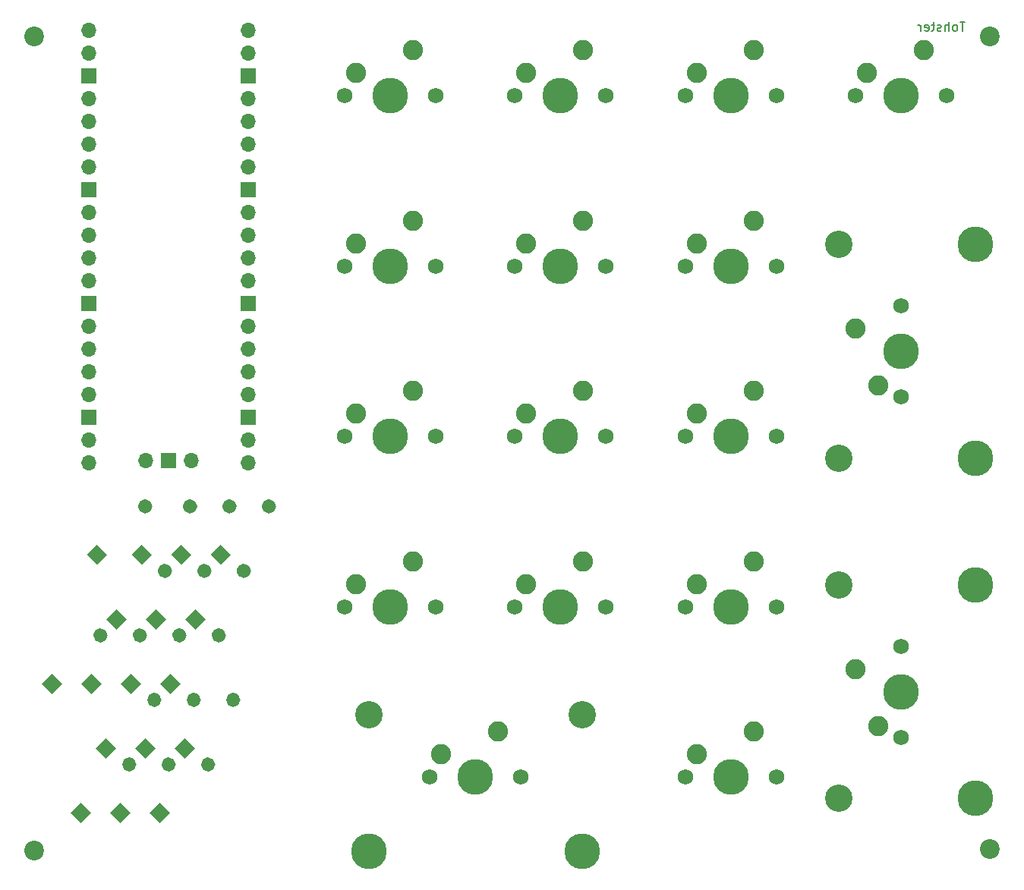
<source format=gbs>
G04 #@! TF.GenerationSoftware,KiCad,Pcbnew,(5.1.10)-1*
G04 #@! TF.CreationDate,2021-09-20T14:50:31+01:00*
G04 #@! TF.ProjectId,env-npd,656e762d-6e70-4642-9e6b-696361645f70,rev?*
G04 #@! TF.SameCoordinates,Original*
G04 #@! TF.FileFunction,Soldermask,Bot*
G04 #@! TF.FilePolarity,Negative*
%FSLAX46Y46*%
G04 Gerber Fmt 4.6, Leading zero omitted, Abs format (unit mm)*
G04 Created by KiCad (PCBNEW (5.1.10)-1) date 2021-09-20 14:50:31*
%MOMM*%
%LPD*%
G01*
G04 APERTURE LIST*
%ADD10C,0.150000*%
%ADD11C,0.100000*%
%ADD12O,1.700000X1.700000*%
%ADD13R,1.700000X1.700000*%
%ADD14C,2.200000*%
%ADD15C,2.250000*%
%ADD16C,3.987800*%
%ADD17C,1.750000*%
%ADD18C,3.048000*%
G04 APERTURE END LIST*
D10*
X174619047Y-59752380D02*
X174047619Y-59752380D01*
X174333333Y-60752380D02*
X174333333Y-59752380D01*
X173571428Y-60752380D02*
X173666666Y-60704761D01*
X173714285Y-60657142D01*
X173761904Y-60561904D01*
X173761904Y-60276190D01*
X173714285Y-60180952D01*
X173666666Y-60133333D01*
X173571428Y-60085714D01*
X173428571Y-60085714D01*
X173333333Y-60133333D01*
X173285714Y-60180952D01*
X173238095Y-60276190D01*
X173238095Y-60561904D01*
X173285714Y-60657142D01*
X173333333Y-60704761D01*
X173428571Y-60752380D01*
X173571428Y-60752380D01*
X172809523Y-60752380D02*
X172809523Y-59752380D01*
X172380952Y-60752380D02*
X172380952Y-60228571D01*
X172428571Y-60133333D01*
X172523809Y-60085714D01*
X172666666Y-60085714D01*
X172761904Y-60133333D01*
X172809523Y-60180952D01*
X171952380Y-60704761D02*
X171857142Y-60752380D01*
X171666666Y-60752380D01*
X171571428Y-60704761D01*
X171523809Y-60609523D01*
X171523809Y-60561904D01*
X171571428Y-60466666D01*
X171666666Y-60419047D01*
X171809523Y-60419047D01*
X171904761Y-60371428D01*
X171952380Y-60276190D01*
X171952380Y-60228571D01*
X171904761Y-60133333D01*
X171809523Y-60085714D01*
X171666666Y-60085714D01*
X171571428Y-60133333D01*
X171238095Y-60085714D02*
X170857142Y-60085714D01*
X171095238Y-59752380D02*
X171095238Y-60609523D01*
X171047619Y-60704761D01*
X170952380Y-60752380D01*
X170857142Y-60752380D01*
X170142857Y-60704761D02*
X170238095Y-60752380D01*
X170428571Y-60752380D01*
X170523809Y-60704761D01*
X170571428Y-60609523D01*
X170571428Y-60228571D01*
X170523809Y-60133333D01*
X170428571Y-60085714D01*
X170238095Y-60085714D01*
X170142857Y-60133333D01*
X170095238Y-60228571D01*
X170095238Y-60323809D01*
X170571428Y-60419047D01*
X169666666Y-60752380D02*
X169666666Y-60085714D01*
X169666666Y-60276190D02*
X169619047Y-60180952D01*
X169571428Y-60133333D01*
X169476190Y-60085714D01*
X169380952Y-60085714D01*
G36*
G01*
X82622469Y-114377531D02*
X82622469Y-114377531D01*
G75*
G02*
X82622469Y-113246161I565685J565685D01*
G01*
X82622469Y-113246161D01*
G75*
G02*
X83753839Y-113246161I565685J-565685D01*
G01*
X83753839Y-113246161D01*
G75*
G02*
X83753839Y-114377531I-565685J-565685D01*
G01*
X83753839Y-114377531D01*
G75*
G02*
X82622469Y-114377531I-565685J565685D01*
G01*
G37*
D11*
G36*
X77800000Y-120331371D02*
G01*
X76668629Y-119200000D01*
X77800000Y-118068629D01*
X78931371Y-119200000D01*
X77800000Y-120331371D01*
G37*
G36*
G01*
X80822469Y-143177531D02*
X80822469Y-143177531D01*
G75*
G02*
X80822469Y-142046161I565685J565685D01*
G01*
X80822469Y-142046161D01*
G75*
G02*
X81953839Y-142046161I565685J-565685D01*
G01*
X81953839Y-142046161D01*
G75*
G02*
X81953839Y-143177531I-565685J-565685D01*
G01*
X81953839Y-143177531D01*
G75*
G02*
X80822469Y-143177531I-565685J565685D01*
G01*
G37*
G36*
X76000000Y-149131371D02*
G01*
X74868629Y-148000000D01*
X76000000Y-146868629D01*
X77131371Y-148000000D01*
X76000000Y-149131371D01*
G37*
G36*
G01*
X85222469Y-143177531D02*
X85222469Y-143177531D01*
G75*
G02*
X85222469Y-142046161I565685J565685D01*
G01*
X85222469Y-142046161D01*
G75*
G02*
X86353839Y-142046161I565685J-565685D01*
G01*
X86353839Y-142046161D01*
G75*
G02*
X86353839Y-143177531I-565685J-565685D01*
G01*
X86353839Y-143177531D01*
G75*
G02*
X85222469Y-143177531I-565685J565685D01*
G01*
G37*
G36*
X80400000Y-149131371D02*
G01*
X79268629Y-148000000D01*
X80400000Y-146868629D01*
X81531371Y-148000000D01*
X80400000Y-149131371D01*
G37*
G36*
G01*
X89622469Y-143177531D02*
X89622469Y-143177531D01*
G75*
G02*
X89622469Y-142046161I565685J565685D01*
G01*
X89622469Y-142046161D01*
G75*
G02*
X90753839Y-142046161I565685J-565685D01*
G01*
X90753839Y-142046161D01*
G75*
G02*
X90753839Y-143177531I-565685J-565685D01*
G01*
X90753839Y-143177531D01*
G75*
G02*
X89622469Y-143177531I-565685J565685D01*
G01*
G37*
G36*
X84800000Y-149131371D02*
G01*
X83668629Y-148000000D01*
X84800000Y-146868629D01*
X85931371Y-148000000D01*
X84800000Y-149131371D01*
G37*
G36*
G01*
X83622469Y-135977531D02*
X83622469Y-135977531D01*
G75*
G02*
X83622469Y-134846161I565685J565685D01*
G01*
X83622469Y-134846161D01*
G75*
G02*
X84753839Y-134846161I565685J-565685D01*
G01*
X84753839Y-134846161D01*
G75*
G02*
X84753839Y-135977531I-565685J-565685D01*
G01*
X84753839Y-135977531D01*
G75*
G02*
X83622469Y-135977531I-565685J565685D01*
G01*
G37*
G36*
X78800000Y-141931371D02*
G01*
X77668629Y-140800000D01*
X78800000Y-139668629D01*
X79931371Y-140800000D01*
X78800000Y-141931371D01*
G37*
G36*
G01*
X88022469Y-135977531D02*
X88022469Y-135977531D01*
G75*
G02*
X88022469Y-134846161I565685J565685D01*
G01*
X88022469Y-134846161D01*
G75*
G02*
X89153839Y-134846161I565685J-565685D01*
G01*
X89153839Y-134846161D01*
G75*
G02*
X89153839Y-135977531I-565685J-565685D01*
G01*
X89153839Y-135977531D01*
G75*
G02*
X88022469Y-135977531I-565685J565685D01*
G01*
G37*
G36*
X83200000Y-141931371D02*
G01*
X82068629Y-140800000D01*
X83200000Y-139668629D01*
X84331371Y-140800000D01*
X83200000Y-141931371D01*
G37*
G36*
G01*
X92422469Y-135977531D02*
X92422469Y-135977531D01*
G75*
G02*
X92422469Y-134846161I565685J565685D01*
G01*
X92422469Y-134846161D01*
G75*
G02*
X93553839Y-134846161I565685J-565685D01*
G01*
X93553839Y-134846161D01*
G75*
G02*
X93553839Y-135977531I-565685J-565685D01*
G01*
X93553839Y-135977531D01*
G75*
G02*
X92422469Y-135977531I-565685J565685D01*
G01*
G37*
G36*
X87600000Y-141931371D02*
G01*
X86468629Y-140800000D01*
X87600000Y-139668629D01*
X88731371Y-140800000D01*
X87600000Y-141931371D01*
G37*
G36*
G01*
X77622469Y-128777531D02*
X77622469Y-128777531D01*
G75*
G02*
X77622469Y-127646161I565685J565685D01*
G01*
X77622469Y-127646161D01*
G75*
G02*
X78753839Y-127646161I565685J-565685D01*
G01*
X78753839Y-127646161D01*
G75*
G02*
X78753839Y-128777531I-565685J-565685D01*
G01*
X78753839Y-128777531D01*
G75*
G02*
X77622469Y-128777531I-565685J565685D01*
G01*
G37*
G36*
X72800000Y-134731371D02*
G01*
X71668629Y-133600000D01*
X72800000Y-132468629D01*
X73931371Y-133600000D01*
X72800000Y-134731371D01*
G37*
G36*
G01*
X82022469Y-128777531D02*
X82022469Y-128777531D01*
G75*
G02*
X82022469Y-127646161I565685J565685D01*
G01*
X82022469Y-127646161D01*
G75*
G02*
X83153839Y-127646161I565685J-565685D01*
G01*
X83153839Y-127646161D01*
G75*
G02*
X83153839Y-128777531I-565685J-565685D01*
G01*
X83153839Y-128777531D01*
G75*
G02*
X82022469Y-128777531I-565685J565685D01*
G01*
G37*
G36*
X77200000Y-134731371D02*
G01*
X76068629Y-133600000D01*
X77200000Y-132468629D01*
X78331371Y-133600000D01*
X77200000Y-134731371D01*
G37*
G36*
G01*
X86422469Y-128777531D02*
X86422469Y-128777531D01*
G75*
G02*
X86422469Y-127646161I565685J565685D01*
G01*
X86422469Y-127646161D01*
G75*
G02*
X87553839Y-127646161I565685J-565685D01*
G01*
X87553839Y-127646161D01*
G75*
G02*
X87553839Y-128777531I-565685J-565685D01*
G01*
X87553839Y-128777531D01*
G75*
G02*
X86422469Y-128777531I-565685J565685D01*
G01*
G37*
G36*
X81600000Y-134731371D02*
G01*
X80468629Y-133600000D01*
X81600000Y-132468629D01*
X82731371Y-133600000D01*
X81600000Y-134731371D01*
G37*
G36*
G01*
X90822469Y-128777531D02*
X90822469Y-128777531D01*
G75*
G02*
X90822469Y-127646161I565685J565685D01*
G01*
X90822469Y-127646161D01*
G75*
G02*
X91953839Y-127646161I565685J-565685D01*
G01*
X91953839Y-127646161D01*
G75*
G02*
X91953839Y-128777531I-565685J-565685D01*
G01*
X91953839Y-128777531D01*
G75*
G02*
X90822469Y-128777531I-565685J565685D01*
G01*
G37*
G36*
X86000000Y-134731371D02*
G01*
X84868629Y-133600000D01*
X86000000Y-132468629D01*
X87131371Y-133600000D01*
X86000000Y-134731371D01*
G37*
G36*
G01*
X84822469Y-121577531D02*
X84822469Y-121577531D01*
G75*
G02*
X84822469Y-120446161I565685J565685D01*
G01*
X84822469Y-120446161D01*
G75*
G02*
X85953839Y-120446161I565685J-565685D01*
G01*
X85953839Y-120446161D01*
G75*
G02*
X85953839Y-121577531I-565685J-565685D01*
G01*
X85953839Y-121577531D01*
G75*
G02*
X84822469Y-121577531I-565685J565685D01*
G01*
G37*
G36*
X80000000Y-127531371D02*
G01*
X78868629Y-126400000D01*
X80000000Y-125268629D01*
X81131371Y-126400000D01*
X80000000Y-127531371D01*
G37*
G36*
G01*
X89222469Y-121577531D02*
X89222469Y-121577531D01*
G75*
G02*
X89222469Y-120446161I565685J565685D01*
G01*
X89222469Y-120446161D01*
G75*
G02*
X90353839Y-120446161I565685J-565685D01*
G01*
X90353839Y-120446161D01*
G75*
G02*
X90353839Y-121577531I-565685J-565685D01*
G01*
X90353839Y-121577531D01*
G75*
G02*
X89222469Y-121577531I-565685J565685D01*
G01*
G37*
G36*
X84400000Y-127531371D02*
G01*
X83268629Y-126400000D01*
X84400000Y-125268629D01*
X85531371Y-126400000D01*
X84400000Y-127531371D01*
G37*
G36*
G01*
X93622469Y-121577531D02*
X93622469Y-121577531D01*
G75*
G02*
X93622469Y-120446161I565685J565685D01*
G01*
X93622469Y-120446161D01*
G75*
G02*
X94753839Y-120446161I565685J-565685D01*
G01*
X94753839Y-120446161D01*
G75*
G02*
X94753839Y-121577531I-565685J-565685D01*
G01*
X94753839Y-121577531D01*
G75*
G02*
X93622469Y-121577531I-565685J565685D01*
G01*
G37*
G36*
X88800000Y-127531371D02*
G01*
X87668629Y-126400000D01*
X88800000Y-125268629D01*
X89931371Y-126400000D01*
X88800000Y-127531371D01*
G37*
G36*
G01*
X87622469Y-114377531D02*
X87622469Y-114377531D01*
G75*
G02*
X87622469Y-113246161I565685J565685D01*
G01*
X87622469Y-113246161D01*
G75*
G02*
X88753839Y-113246161I565685J-565685D01*
G01*
X88753839Y-113246161D01*
G75*
G02*
X88753839Y-114377531I-565685J-565685D01*
G01*
X88753839Y-114377531D01*
G75*
G02*
X87622469Y-114377531I-565685J565685D01*
G01*
G37*
G36*
X82800000Y-120331371D02*
G01*
X81668629Y-119200000D01*
X82800000Y-118068629D01*
X83931371Y-119200000D01*
X82800000Y-120331371D01*
G37*
G36*
G01*
X92022469Y-114377531D02*
X92022469Y-114377531D01*
G75*
G02*
X92022469Y-113246161I565685J565685D01*
G01*
X92022469Y-113246161D01*
G75*
G02*
X93153839Y-113246161I565685J-565685D01*
G01*
X93153839Y-113246161D01*
G75*
G02*
X93153839Y-114377531I-565685J-565685D01*
G01*
X93153839Y-114377531D01*
G75*
G02*
X92022469Y-114377531I-565685J565685D01*
G01*
G37*
G36*
X87200000Y-120331371D02*
G01*
X86068629Y-119200000D01*
X87200000Y-118068629D01*
X88331371Y-119200000D01*
X87200000Y-120331371D01*
G37*
G36*
G01*
X96422469Y-114377531D02*
X96422469Y-114377531D01*
G75*
G02*
X96422469Y-113246161I565685J565685D01*
G01*
X96422469Y-113246161D01*
G75*
G02*
X97553839Y-113246161I565685J-565685D01*
G01*
X97553839Y-113246161D01*
G75*
G02*
X97553839Y-114377531I-565685J-565685D01*
G01*
X97553839Y-114377531D01*
G75*
G02*
X96422469Y-114377531I-565685J565685D01*
G01*
G37*
G36*
X91600000Y-120331371D02*
G01*
X90468629Y-119200000D01*
X91600000Y-118068629D01*
X92731371Y-119200000D01*
X91600000Y-120331371D01*
G37*
D12*
X76910000Y-60670000D03*
X76910000Y-63210000D03*
D13*
X76910000Y-65750000D03*
D12*
X76910000Y-68290000D03*
X76910000Y-70830000D03*
X76910000Y-73370000D03*
X76910000Y-75910000D03*
D13*
X76910000Y-78450000D03*
D12*
X76910000Y-80990000D03*
X76910000Y-83530000D03*
X76910000Y-86070000D03*
X76910000Y-88610000D03*
D13*
X76910000Y-91150000D03*
D12*
X76910000Y-93690000D03*
X76910000Y-96230000D03*
X76910000Y-98770000D03*
X76910000Y-101310000D03*
D13*
X76910000Y-103850000D03*
D12*
X76910000Y-106390000D03*
X76910000Y-108930000D03*
X94690000Y-108930000D03*
X94690000Y-106390000D03*
D13*
X94690000Y-103850000D03*
D12*
X94690000Y-101310000D03*
X94690000Y-98770000D03*
X94690000Y-96230000D03*
X94690000Y-93690000D03*
D13*
X94690000Y-91150000D03*
D12*
X94690000Y-88610000D03*
X94690000Y-86070000D03*
X94690000Y-83530000D03*
X94690000Y-80990000D03*
D13*
X94690000Y-78450000D03*
D12*
X94690000Y-75910000D03*
X94690000Y-73370000D03*
X94690000Y-70830000D03*
X94690000Y-68290000D03*
D13*
X94690000Y-65750000D03*
D12*
X94690000Y-63210000D03*
X94690000Y-60670000D03*
X83260000Y-108700000D03*
D13*
X85800000Y-108700000D03*
D12*
X88340000Y-108700000D03*
D14*
X70800000Y-152250000D03*
X70800000Y-61400000D03*
X177400000Y-152000000D03*
X177400000Y-61400000D03*
D15*
X122540000Y-138920000D03*
D16*
X120000000Y-144000000D03*
D15*
X116190000Y-141460000D03*
D17*
X114920000Y-144000000D03*
X125080000Y-144000000D03*
D18*
X108093750Y-137015000D03*
X131906250Y-137015000D03*
D16*
X108093750Y-152255000D03*
X131906250Y-152255000D03*
D15*
X162420000Y-131960000D03*
D16*
X167500000Y-134500000D03*
D15*
X164960000Y-138310000D03*
D17*
X167500000Y-139580000D03*
X167500000Y-129420000D03*
D18*
X160515000Y-146406250D03*
X160515000Y-122593750D03*
D16*
X175755000Y-146406250D03*
X175755000Y-122593750D03*
D15*
X151040000Y-138920000D03*
D16*
X148500000Y-144000000D03*
D15*
X144690000Y-141460000D03*
D17*
X143420000Y-144000000D03*
X153580000Y-144000000D03*
D15*
X151040000Y-119920000D03*
D16*
X148500000Y-125000000D03*
D15*
X144690000Y-122460000D03*
D17*
X143420000Y-125000000D03*
X153580000Y-125000000D03*
D15*
X132040000Y-119920000D03*
D16*
X129500000Y-125000000D03*
D15*
X125690000Y-122460000D03*
D17*
X124420000Y-125000000D03*
X134580000Y-125000000D03*
D15*
X113040000Y-119920000D03*
D16*
X110500000Y-125000000D03*
D15*
X106690000Y-122460000D03*
D17*
X105420000Y-125000000D03*
X115580000Y-125000000D03*
D15*
X162420000Y-93960000D03*
D16*
X167500000Y-96500000D03*
D15*
X164960000Y-100310000D03*
D17*
X167500000Y-101580000D03*
X167500000Y-91420000D03*
D18*
X160515000Y-108406250D03*
X160515000Y-84593750D03*
D16*
X175755000Y-108406250D03*
X175755000Y-84593750D03*
D15*
X151040000Y-100920000D03*
D16*
X148500000Y-106000000D03*
D15*
X144690000Y-103460000D03*
D17*
X143420000Y-106000000D03*
X153580000Y-106000000D03*
D15*
X132040000Y-100920000D03*
D16*
X129500000Y-106000000D03*
D15*
X125690000Y-103460000D03*
D17*
X124420000Y-106000000D03*
X134580000Y-106000000D03*
D15*
X113040000Y-100920000D03*
D16*
X110500000Y-106000000D03*
D15*
X106690000Y-103460000D03*
D17*
X105420000Y-106000000D03*
X115580000Y-106000000D03*
D15*
X151040000Y-81920000D03*
D16*
X148500000Y-87000000D03*
D15*
X144690000Y-84460000D03*
D17*
X143420000Y-87000000D03*
X153580000Y-87000000D03*
D15*
X132040000Y-81920000D03*
D16*
X129500000Y-87000000D03*
D15*
X125690000Y-84460000D03*
D17*
X124420000Y-87000000D03*
X134580000Y-87000000D03*
D15*
X113040000Y-81920000D03*
D16*
X110500000Y-87000000D03*
D15*
X106690000Y-84460000D03*
D17*
X105420000Y-87000000D03*
X115580000Y-87000000D03*
D15*
X170040000Y-62920000D03*
D16*
X167500000Y-68000000D03*
D15*
X163690000Y-65460000D03*
D17*
X162420000Y-68000000D03*
X172580000Y-68000000D03*
D15*
X151040000Y-62920000D03*
D16*
X148500000Y-68000000D03*
D15*
X144690000Y-65460000D03*
D17*
X143420000Y-68000000D03*
X153580000Y-68000000D03*
D15*
X132040000Y-62920000D03*
D16*
X129500000Y-68000000D03*
D15*
X125690000Y-65460000D03*
D17*
X124420000Y-68000000D03*
X134580000Y-68000000D03*
D15*
X113040000Y-62920000D03*
D16*
X110500000Y-68000000D03*
D15*
X106690000Y-65460000D03*
D17*
X105420000Y-68000000D03*
X115580000Y-68000000D03*
M02*

</source>
